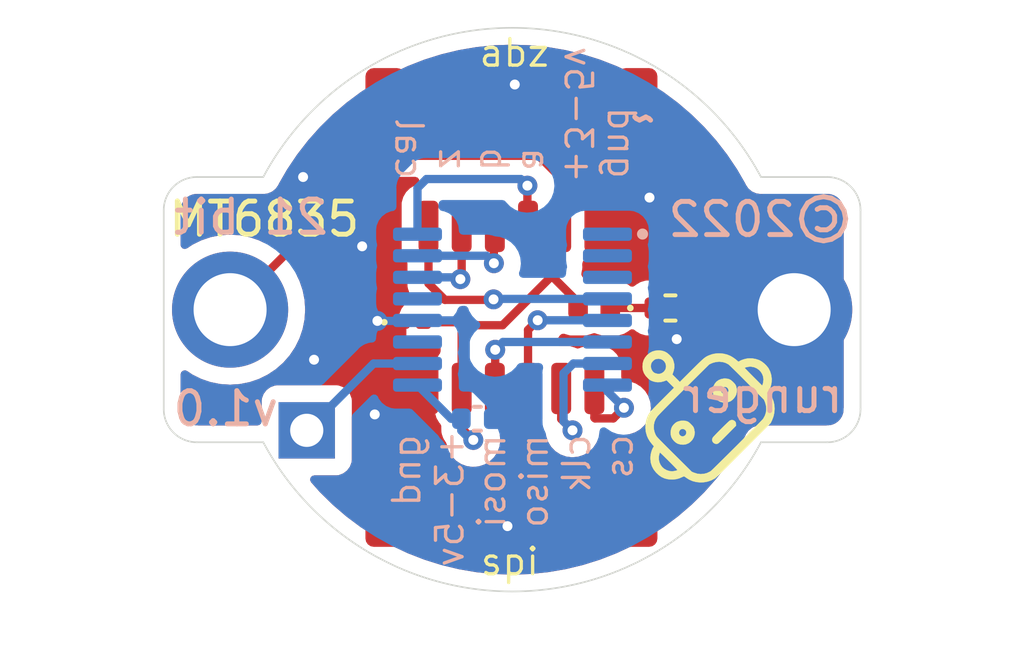
<source format=kicad_pcb>
(kicad_pcb (version 20211014) (generator pcbnew)
  (layers (0 "F.Cu" signal) (31 "B.Cu" signal) (34 "B.Paste" user) (35 "F.Paste" user) (36 "B.SilkS" user "B.Silkscreen") (37 "F.SilkS" user "F.Silkscreen") (38 "B.Mask" user) (39 "F.Mask" user) (44 "Edge.Cuts" user))
  (net 0 "")
  (net 1 "GND")
  (net 2 "VCC")
  (net 3 "Net-(D2-Pad1)")
  (net 4 "/MOSI")
  (net 5 "/MISO")
  (net 6 "/SCK")
  (net 7 "/nCS")
  (net 8 "/PWM")
  (net 9 "/ABI_A")
  (net 10 "/ABI_B")
  (net 11 "/ABI_I")
  (net 12 "/CAL_EN")
  (footprint "MountingHole:MountingHole_2.2mm_M2_ISO7380_Pad" (layer "F.Cu") (at 130.06 90.49)
    (fp_text reference "H2")
    (fp_text value "MountingHole_Pad")
    (pad "1" thru_hole circle locked (at 0 0) (size 3.5 3.5) (drill 2.2) (layers *.Cu *.Mask) (net 1 "GND"))
  )
  (footprint "Connector_JST:JST_SH_SM06B-SRSS-TB_1x06-1MP_P1.00mm_Horizontal" (layer "F.Cu") (at 121.539 94.869)
    (fp_text reference "J1")
    (fp_text value "Conn_01x06_MountingPin")
    (pad "1" smd roundrect (at -2.5 -2) (size 0.6 1.55) (layers "F.Cu" "F.Paste" "F.Mask") (net 1 "GND"))
    (pad "2" smd roundrect (at -1.5 -2) (size 0.6 1.55) (layers "F.Cu" "F.Paste" "F.Mask") (net 2 "VCC"))
    (pad "3" smd roundrect (at -0.5 -2) (size 0.6 1.55) (layers "F.Cu" "F.Paste" "F.Mask") (net 4 "/MOSI"))
    (pad "4" smd roundrect (at 0.5 -2) (size 0.6 1.55) (layers "F.Cu" "F.Paste" "F.Mask") (net 5 "/MISO"))
    (pad "5" smd roundrect (at 1.5 -2) (size 0.6 1.55) (layers "F.Cu" "F.Paste" "F.Mask") (net 6 "/SCK"))
    (pad "6" smd roundrect (at 2.5 -2) (size 0.6 1.55) (layers "F.Cu" "F.Paste" "F.Mask") (net 7 "/nCS"))
    (pad "MP" smd roundrect (at -3.8 1.875) (size 1.2 1.8) (layers "F.Cu" "F.Paste" "F.Mask") (roundrect_rratio 0.2083333333) (net 1 "GND"))
    (pad "MP" smd roundrect (at 3.8 1.875) (size 1.2 1.8) (layers "F.Cu" "F.Paste" "F.Mask") (roundrect_rratio 0.2083333333) (net 1 "GND"))
  )
  (footprint "Diode_SMD:D_0201_0603Metric" (layer "F.Cu") (at 118.5675 90.87)
    (fp_text reference "D1")
    (fp_text value "6V TVS")
    (fp_circle (center -0.86 0) (end -0.81 0) (layer "F.SilkS") (width 0.1) (fill none))
    (pad "1" smd roundrect (at -0.32 0) (size 0.46 0.4) (layers "F.Cu" "F.Mask") (net 1 "GND"))
    (pad "2" smd roundrect (at 0.32 0) (size 0.46 0.4) (layers "F.Cu" "F.Mask") (net 2 "VCC"))
  )
  (footprint "Resistor_SMD:R_0402_1005Metric" (layer "F.Cu") (at 126.33 90.44)
    (fp_text reference "R1")
    (fp_text value "2k2")
    (fp_line (start -0.153641 0.38) (end 0.153641 0.38) (layer "F.SilkS") (width 0.12))
    (fp_line (start -0.153641 -0.38) (end 0.153641 -0.38) (layer "F.SilkS") (width 0.12))
    (pad "1" smd roundrect (at -0.51 0) (size 0.54 0.64) (layers "F.Cu" "F.Paste" "F.Mask") (net 3 "Net-(D2-Pad1)"))
    (pad "2" smd roundrect (at 0.51 0) (size 0.54 0.64) (layers "F.Cu" "F.Paste" "F.Mask") (net 1 "GND"))
  )
  (footprint "MountingHole:MountingHole_2.2mm_M2_ISO7380_Pad" (layer "F.Cu") (at 113.06 90.49)
    (fp_text reference "H1")
    (fp_text value "MountingHole_Pad")
    (pad "1" thru_hole circle locked (at 0 0) (size 3.5 3.5) (drill 2.2) (layers *.Cu *.Mask) (net 2 "VCC"))
  )
  (footprint "Connector_JST:JST_SH_SM06B-SRSS-TB_1x06-1MP_P1.00mm_Horizontal" (layer "F.Cu") (at 121.539 85.979 180)
    (fp_text reference "J3")
    (fp_text value "Conn_01x06_MountingPin")
    (pad "1" smd roundrect (at -2.5 -2 180) (size 0.6 1.55) (layers "F.Cu" "F.Paste" "F.Mask") (net 1 "GND"))
    (pad "2" smd roundrect (at -1.5 -2 180) (size 0.6 1.55) (layers "F.Cu" "F.Paste" "F.Mask") (net 2 "VCC"))
    (pad "3" smd roundrect (at -0.5 -2 180) (size 0.6 1.55) (layers "F.Cu" "F.Paste" "F.Mask") (net 9 "/ABI_A"))
    (pad "4" smd roundrect (at 0.5 -2 180) (size 0.6 1.55) (layers "F.Cu" "F.Paste" "F.Mask") (net 10 "/ABI_B"))
    (pad "5" smd roundrect (at 1.5 -2 180) (size 0.6 1.55) (layers "F.Cu" "F.Paste" "F.Mask") (net 11 "/ABI_I"))
    (pad "6" smd roundrect (at 2.5 -2 180) (size 0.6 1.55) (layers "F.Cu" "F.Paste" "F.Mask") (net 12 "/CAL_EN"))
    (pad "MP" smd roundrect (at -3.8 1.875 180) (size 1.2 1.8) (layers "F.Cu" "F.Paste" "F.Mask") (roundrect_rratio 0.2083333333) (net 1 "GND"))
    (pad "MP" smd roundrect (at 3.8 1.875 180) (size 1.2 1.8) (layers "F.Cu" "F.Paste" "F.Mask") (roundrect_rratio 0.2083333333) (net 1 "GND"))
  )
  (footprint "runger:Robo_logo2" (layer "F.Cu") (at 127.074354 93.304514 45)
    (fp_text reference "L1" hide)
    (fp_text value "Robo_Logo" hide)
    (fp_poly (pts (xy 0.097813 -2.033273) (xy 0.186492 -2.006246) (xy 0.268214 -1.96053) (xy 0.34422 -1.895576) (xy 0.353277 -1.886187) (xy 0.40812 -1.817965) (xy 0.44613 -1.745631) (xy 0.4685 -1.665749) (xy 0.476428 -1.574883) (xy 0.475802 -1.534168) (xy 0.473144 -1.485324) (xy 0.468585 -1.449197) (xy 0.460295 -1.418185) (xy 0.446443 -1.384687) (xy 0.433155 -1.3571) (xy 0.38195 -1.273063) (xy 0.318455 -1.204615) (xy 0.240771 -1.149882) (xy 0.203514 -1.13056) (xy 0.122471 -1.0922) (xy 0.122195 -0.93218) (xy 0.12192 -0.77216) (xy 0.61722 -0.771984) (xy 0.739095 -0.77186) (xy 0.842638 -0.771477) (xy 0.929835 -0.770681) (xy 1.002672 -0.769317) (xy 1.063137 -0.767231) (xy 1.113215 -0.764267) (xy 1.154894 -0.760272) (xy 1.19016 -0.755089) (xy 1.221001 -0.748566) (xy 1.249402 -0.740546) (xy 1.277351 -0.730876) (xy 1.306834 -0.719399) (xy 1.310281 -0.71801) (xy 1.397129 -0.677159) (xy 1.47441 -0.627391) (xy 1.549244 -0.563975) (xy 1.565153 -0.54864) (xy 1.64756 -0.454337) (xy 1.711593 -0.351364) (xy 1.751969 -0.255855) (xy 1.769983 -0.192551) (xy 1.784764 -0.121009) (xy 1.794734 -0.05026) (xy 1.79832 0.009764) (xy 1.799879 0.035382) (xy 1.808524 0.047841) (xy 1.830203 0.05427) (xy 1.83642 0.055422) (xy 1.883138 0.069054) (xy 1.938766 0.093237) (xy 1.997289 0.12473) (xy 2.052698 0.160289) (xy 2.098981 0.196672) (xy 2.100044 0.197632) (xy 2.166196 0.267786) (xy 2.224251 0.349103) (xy 2.269513 0.43461) (xy 2.283777 0.47065) (xy 2.302854 0.544344) (xy 2.313502 0.62867) (xy 2.315313 0.715594) (xy 2.307882 0.797078) (xy 2.301839 0.82804) (xy 2.267383 0.931737) (xy 2.21538 1.028275) (xy 2.148023 1.115306) (xy 2.067506 1.190481) (xy 1.976023 1.251453) (xy 1.875768 1.295873) (xy 1.859849 1.301043) (xy 1.828188 1.312774) (xy 1.805002 1.324939) (xy 1.797128 1.332267) (xy 1.792292 1.348767) (xy 1.786004 1.37906) (xy 1.779571 1.416808) (xy 1.779154 1.419531) (xy 1.752587 1.528373) (xy 1.707662 1.632248) (xy 1.646122 1.729159) (xy 1.569712 1.817109) (xy 1.480174 1.8941) (xy 1.379254 1.958136) (xy 1.268694 2.007217) (xy 1.26492 2.008553) (xy 1.18364 2.03708) (xy 0.0254 2.038938) (xy -0.160295 2.039194) (xy -0.326694 2.039328) (xy -0.474822 2.03933) (xy -0.605704 2.039191) (xy -0.720364 2.0389) (xy -0.819827 2.038449) (xy -0.905117 2.037826) (xy -0.977259 2.037023) (xy -1.037276 2.036031) (xy -1.086194 2.034838) (xy -1.125037 2.033435) (xy -1.15483 2.031814) (xy -1.176596 2.029963) (xy -1.191361 2.027873) (xy -1.1938 2.027374) (xy -1.304486 1.993291) (xy -1.408518 1.942326) (xy -1.503918 1.876537) (xy -1.588705 1.797979) (xy -1.660899 1.708708) (xy -1.718521 1.610779) (xy -1.75959 1.50625) (xy -1.779155 1.419531) (xy -1.78555 1.381502) (xy -1.79189 1.35049) (xy -1.796869 1.332833) (xy -1.797129 1.332267) (xy -1.810012 1.321823) (xy -1.836099 1.309459) (xy -1.85985 1.301043) (xy -1.949042 1.26608) (xy -2.030205 1.217852) (xy -2.108185 1.153335) (xy -2.128746 1.13331) (xy -2.202097 1.048655) (xy -2.25641 0.959996) (xy -2.292558 0.865054) (xy -2.311415 0.76155) (xy -2.313737 0.661106) (xy -2.069701 0.661106) (xy -2.064993 0.741119) (xy -2.064803 0.742151) (xy -2.039303 0.831107) (xy -1.998459 0.908416) (xy -1.952029 0.963925) (xy -1.920202 0.991581) (xy -1.88405 1.017948) (xy -1.848823 1.039695) (xy -1.819771 1.05349) (xy -1.80594 1.056631) (xy -1.804215 1.046846) (xy -1.802626 1.018977) (xy -1.801219 0.975261) (xy -1.80004 0.917932) (xy -1.799134 0.849229) (xy -1.798546 0.771386) (xy -1.798321 0.68664) (xy -1.79832 0.68072) (xy -1.798462 0.595587) (xy -1.798863 0.517207) (xy -1.799493 0.447814) (xy -1.80032 0.389645) (xy -1.800338 0.388824) (xy -1.54274 0.388824) (xy -1.542529 0.535018) (xy -1.542104 0.666108) (xy -1.53924 1.397) (xy -1.515308 1.456336) (xy -1.467107 1.550437) (xy -1.404381 1.631517) (xy -1.328757 1.698202) (xy -1.241861 1.749117) (xy -1.14532 1.782889) (xy -1.12268 1.787936) (xy -1.10573 1.789301) (xy -1.070106 1.790558) (xy -1.017456 1.791708) (xy -0.949427 1.792749) (xy -0.867665 1.793681) (xy -0.773818 1.794502) (xy -0.669531 1.795214) (xy -0.556453 1.795814) (xy -0.436228 1.796302) (xy -0.310505 1.796677) (xy -0.180931 1.79694) (xy -0.049151 1.797088) (xy 0.083187 1.797122) (xy 0.214437 1.797041) (xy 0.342951 1.796844) (xy 0.467084 1.79653) (xy 0.585187 1.796099) (xy 0.695615 1.79555) (xy 0.796721 1.794883) (xy 0.886857 1.794096) (xy 0.964377 1.793189) (xy 1.027635 1.792162) (xy 1.074983 1.791014) (xy 1.104775 1.789744) (xy 1.114014 1.788839) (xy 1.21477 1.759864) (xy 1.305507 1.713636) (xy 1.384854 1.651291) (xy 1.451441 1.573965) (xy 1.503899 1.482793) (xy 1.515307 1.456336) (xy 1.53924 1.397) (xy 1.542068 0.674918) (xy 1.79832 0.674918) (xy 1.79832 1.058009) (xy 1.82118 1.051365) (xy 1.841503 1.042282) (xy 1.871333 1.025356) (xy 1.898977 1.007702) (xy 1.964323 0.952274) (xy 2.014104 0.88628) (xy 2.048092 0.812482) (xy 2.06606 0.733646) (xy 2.06778 0.652533) (xy 2.053025 0.571909) (xy 2.021565 0.494536) (xy 1.973174 0.423177) (xy 1.949301 0.397211) (xy 1.923071 0.374374) (xy 1.890114 0.35027) (xy 1.855868 0.328353) (xy 1.82577 0.312075) (xy 1.80526 0.304887) (xy 1.803737 0.3048) (xy 1.802511 0.314587) (xy 1.801383 0.34246) (xy 1.800383 0.386185) (xy 1.799545 0.443528) (xy 1.7989 0.512253) (xy 1.798481 0.590128) (xy 1.79832 0.674918) (xy 1.542068 0.674918) (xy 1.542103 0.666108) (xy 1.542599 0.497897) (xy 1.54269 0.349966) (xy 1.542376 0.22228) (xy 1.541655 0.114804) (xy 1.540528 0.027501) (xy 1.538994 -0.039662) (xy 1.537053 -0.086723) (xy 1.534705 -0.113716) (xy 1.534153 -0.116872) (xy 1.505381 -0.206853) (xy 1.458852 -0.290619) (xy 1.396771 -0.365731) (xy 1.321347 -0.429749) (xy 1.234787 -0.480235) (xy 1.187567 -0.499805) (xy 1.12268 -0.52324) (xy 0.06096 -0.52619) (xy -0.121935 -0.526594) (xy -0.291295 -0.526757) (xy -0.446409 -0.526683) (xy -0.586564 -0.526377) (xy -0.71105 -0.525842) (xy -0.819155 -0.525084) (xy -0.910166 -0.524108) (xy -0.983372 -0.522917) (xy -1.038061 -0.521516) (xy -1.073521 -0.519909) (xy -1.084301 -0.518973) (xy -1.179842 -0.499897) (xy -1.264409 -0.466246) (xy -1.342058 -0.415999) (xy -1.405094 -0.359298) (xy -1.448956 -0.305335) (xy -1.488414 -0.239423) (xy -1.518989 -0.169931) (xy -1.533737 -0.11888) (xy -1.536183 -0.098098) (xy -1.538233 -0.060901) (xy -1.539893 -0.006788) (xy -1.541168 0.06474) (xy -1.542064 0.154185) (xy -1.542586 0.262046) (xy -1.54274 0.388824) (xy -1.800338 0.388824) (xy -1.80131 0.344937) (xy -1.802432 0.315925) (xy -1.803653 0.304846) (xy -1.803738 0.3048) (xy -1.815097 0.30903) (xy -1.838533 0.319909) (xy -1.858339 0.329722) (xy -1.925864 0.37472) (xy -1.982583 0.433994) (xy -2.026675 0.503907) (xy -2.056322 0.580823) (xy -2.069701 0.661106) (xy -2.313737 0.661106) (xy -2.313989 0.65024) (xy -2.300325 0.536454) (xy -2.269047 0.432407) (xy -2.219626 0.336961) (xy -2.151529 0.248981) (xy -2.104251 0.201827) (xy -2.055759 0.162847) (xy -1.998681 0.125465) (xy -1.938894 0.092906) (xy -1.882278 0.068396) (xy -1.837853 0.055691) (xy -1.801186 0.049076) (xy -1.794474 -0.038236) (xy -1.781416 -0.144723) (xy -1.758995 -0.238269) (xy -1.727587 -0.320816) (xy -1.668331 -0.427322) (xy -1.592792 -0.523024) (xy -1.502942 -0.606046) (xy -1.400753 -0.674511) (xy -1.310282 -0.71801) (xy -1.280506 -0.729696) (xy -1.252485 -0.739559) (xy -1.224232 -0.747754) (xy -1.19376 -0.754436) (xy -1.159082 -0.759759) (xy -1.118211 -0.763878) (xy -1.069161 -0.766948) (xy -1.009945 -0.769124) (xy -0.938576 -0.77056) (xy -0.853068 -0.771412) (xy -0.751434 -0.771833) (xy -0.631687 -0.771978) (xy -0.61722 -0.771984) (xy -0.12192 -0.77216) (xy -0.122472 -1.0922) (xy -0.203515 -1.13056) (xy -0.287715 -1.1801) (xy -0.356929 -1.242569) (xy -0.413057 -1.31984) (xy -0.433156 -1.3571) (xy -0.451754 -1.39651) (xy -0.463563 -1.428344) (xy -0.470417 -1.460207) (xy -0.474144 -1.499698) (xy -0.475803 -1.534168) (xy -0.47547 -1.54385) (xy -0.232207 -1.54385) (xy -0.226704 -1.511201) (xy -0.212015 -1.473437) (xy -0.210775 -1.470716) (xy -0.173627 -1.411857) (xy -0.1245 -1.368254) (xy -0.06612 -1.341137) (xy -0.001214 -1.331737) (xy 0.067493 -1.341287) (xy 0.072558 -1.342752) (xy 0.124102 -1.367849) (xy 0.170263 -1.408459) (xy 0.20593 -1.459777) (xy 0.213119 -1.474894) (xy 0.230063 -1.538334) (xy 0.228163 -1.602024) (xy 0.20856 -1.662537) (xy 0.172395 -1.716447) (xy 0.120809 -1.760327) (xy 0.117368 -1.762492) (xy 0.085246 -1.780217) (xy 0.056158 -1.789549) (xy 0.020627 -1.792969) (xy 0 -1.79324) (xy -0.041527 -1.791671) (xy -0.072343 -1.785309) (xy -0.101926 -1.77167) (xy -0.117369 -1.762492) (xy -0.170455 -1.718251) (xy -0.208183 -1.661915) (xy -0.228624 -1.596556) (xy -0.230486 -1.5825) (xy -0.232207 -1.54385) (xy -0.47547 -1.54385) (xy -0.472336 -1.634808) (xy -0.452825 -1.724048) (xy -0.416505 -1.803885) (xy -0.362609 -1.876319) (xy -0.332953 -1.906526) (xy -0.257649 -1.967521) (xy -0.179661 -2.009557) (xy -0.095663 -2.033983) (xy -0.002332 -2.042152) (xy 0.000938 -2.042161) (xy 0.097813 -2.033273)) (layer "F.SilkS") (width 0.01) (fill solid))
    (fp_poly (pts (xy 0.986438 0.014923) (xy 1.060362 0.044017) (xy 1.127592 0.088719) (xy 1.161498 0.120766) (xy 1.203048 0.170304) (xy 1.230682 0.217184) (xy 1.246804 0.267721) (xy 1.253812 0.328229) (xy 1.254653 0.36576) (xy 1.253911 0.414946) (xy 1.250751 0.450757) (xy 1.243964 0.480101) (xy 1.232341 0.509888) (xy 1.22763 0.520156) (xy 1.185181 0.58825) (xy 1.127574 0.647261) (xy 1.059504 0.692457) (xy 1.054096 0.695163) (xy 0.994477 0.716172) (xy 0.926104 0.727373) (xy 0.857164 0.728111) (xy 0.795845 0.717726) (xy 0.79116 0.716282) (xy 0.717714 0.682449) (xy 0.651949 0.632363) (xy 0.597684 0.569722) (xy 0.558734 0.498223) (xy 0.55447 0.487022) (xy 0.541188 0.427663) (xy 0.538719 0.364108) (xy 0.7874 0.364108) (xy 0.790132 0.400703) (xy 0.800213 0.426279) (xy 0.81224 0.441364) (xy 0.849739 0.468228) (xy 0.893251 0.479195) (xy 0.93707 0.473905) (xy 0.975492 0.451998) (xy 0.975831 0.451693) (xy 1.001822 0.416117) (xy 1.012073 0.374572) (xy 1.007006 0.33252) (xy 0.987043 0.295425) (xy 0.962106 0.273872) (xy 0.915745 0.255793) (xy 0.870018 0.257052) (xy 0.828082 0.277431) (xy 0.82058 0.283646) (xy 0.800035 0.304795) (xy 0.79026 0.325783) (xy 0.787457 0.355817) (xy 0.7874 0.364108) (xy 0.538719 0.364108) (xy 0.53853 0.359264) (xy 0.545973 0.289777) (xy 0.562998 0.227152) (xy 0.572955 0.204665) (xy 0.620513 0.133516) (xy 0.682451 0.076017) (xy 0.756986 0.033504) (xy 0.834304 0.008956) (xy 0.90977 0.002786) (xy 0.986438 0.014923)) (layer "F.SilkS") (width 0.01) (fill solid))
    (fp_poly (pts (xy -0.852964 0.006741) (xy -0.817725 0.011646) (xy -0.784163 0.022321) (xy -0.750304 0.037274) (xy -0.673759 0.083754) (xy -0.612127 0.14399) (xy -0.571847 0.205393) (xy -0.558897 0.231799) (xy -0.55062 0.255572) (xy -0.54599 0.282534) (xy -0.54398 0.318509) (xy -0.54356 0.36576) (xy -0.54392 0.414476) (xy -0.545819 0.448904) (xy -0.550486 0.475073) (xy -0.559149 0.499011) (xy -0.573038 0.526749) (xy -0.578408 0.536712) (xy -0.627833 0.608228) (xy -0.689348 0.664085) (xy -0.761289 0.703224) (xy -0.841998 0.724585) (xy -0.878285 0.728009) (xy -0.922977 0.727777) (xy -0.96726 0.723815) (xy -0.996902 0.718102) (xy -1.071873 0.6867) (xy -1.138466 0.638469) (xy -1.193765 0.576147) (xy -1.234861 0.502475) (xy -1.240146 0.489229) (xy -1.254921 0.428174) (xy -1.257529 0.379922) (xy -1.011775 0.379922) (xy -1.000461 0.419396) (xy -0.976344 0.450614) (xy -0.942976 0.471496) (xy -0.903905 0.479966) (xy -0.862681 0.473947) (xy -0.822855 0.45136) (xy -0.816409 0.445657) (xy -0.792327 0.410916) (xy -0.784475 0.37133) (xy -0.79105 0.331419) (xy -0.810248 0.295701) (xy -0.840265 0.268694) (xy -0.879298 0.254916) (xy -0.892911 0.254037) (xy -0.940383 0.262888) (xy -0.978565 0.287515) (xy -1.003588 0.325192) (xy -1.006738 0.334267) (xy -1.011775 0.379922) (xy -1.257529 0.379922) (xy -1.258686 0.358539) (xy -1.251704 0.288652) (xy -1.234236 0.226841) (xy -1.231721 0.220972) (xy -1.197754 0.164248) (xy -1.14968 0.109757) (xy -1.093386 0.063333) (xy -1.04366 0.034658) (xy -1.004496 0.018692) (xy -0.969085 0.009806) (xy -0.928075 0.006124) (xy -0.89916 0.005634) (xy -0.852964 0.006741)) (layer "F.SilkS") (width 0.01) (fill solid))
    (fp_poly (pts (xy 0.109648 1.108074) (xy 0.181977 1.108995) (xy 0.246828 1.110394) (xy 0.301111 1.112273) (xy 0.34174 1.11463) (xy 0.365625 1.117466) (xy 0.367646 1.117953) (xy 0.411414 1.139753) (xy 0.441917 1.175255) (xy 0.456393 1.220837) (xy 0.4572 1.235368) (xy 0.454299 1.267576) (xy 0.442839 1.293313) (xy 0.42243 1.318409) (xy 0.38766 1.35636) (xy 0.01349 1.358862) (xy -0.086109 1.359423) (xy -0.167411 1.359599) (xy -0.232438 1.359326) (xy -0.283212 1.35854) (xy -0.321753 1.357174) (xy -0.350083 1.355164) (xy -0.370224 1.352446) (xy -0.384195 1.348955) (xy -0.391682 1.34587) (xy -0.427256 1.31781) (xy -0.449564 1.279059) (xy -0.457458 1.23505) (xy -0.449786 1.191222) (xy -0.431147 1.159316) (xy -0.403631 1.135638) (xy -0.3711 1.119007) (xy -0.367647 1.117953) (xy -0.34666 1.115042) (xy -0.308447 1.11261) (xy -0.256096 1.110656) (xy -0.192694 1.109182) (xy -0.121331 1.108186) (xy -0.045094 1.10767) (xy 0.032928 1.107633) (xy 0.109648 1.108074)) (layer "F.SilkS") (width 0.01) (fill solid))
  )
  (footprint "LED_SMD:LED_0402_1005Metric" (layer "F.Cu") (at 124.0325 90.44 180)
    (fp_text reference "D2")
    (fp_text value "green")
    (fp_circle (center -1.09 0) (end -1.04 0) (layer "F.SilkS") (width 0.1) (fill none))
    (pad "1" smd roundrect (at -0.485 0 180) (size 0.59 0.64) (layers "F.Cu" "F.Paste" "F.Mask") (net 3 "Net-(D2-Pad1)"))
    (pad "2" smd roundrect (at 0.485 0 180) (size 0.59 0.64) (layers "F.Cu" "F.Paste" "F.Mask") (net 2 "VCC"))
  )
  (footprint "Connector_PinHeader_2.54mm:PinHeader_1x01_P2.54mm_Vertical" (layer "F.Cu") (at 115.37 94.13)
    (fp_text reference "J2")
    (fp_text value "Pad_OUT")
    (pad "1" thru_hole rect (at 0 0) (size 1.7 1.7) (drill 1) (layers *.Cu *.Mask) (net 8 "/PWM"))
  )
  (footprint "Capacitor_SMD:C_0402_1005Metric" (layer "B.Cu") (at 120.51 93.78 180)
    (fp_text reference "C1")
    (fp_text value "100nF 10V")
    (fp_line (start -0.107836 0.36) (end 0.107836 0.36) (layer "B.SilkS") (width 0.12))
    (fp_line (start -0.107836 -0.36) (end 0.107836 -0.36) (layer "B.SilkS") (width 0.12))
    (pad "1" smd roundrect (at -0.48 0 180) (size 0.56 0.62) (layers "B.Cu" "B.Paste" "B.Mask") (net 1 "GND"))
    (pad "2" smd roundrect (at 0.48 0 180) (size 0.56 0.62) (layers "B.Cu" "B.Paste" "B.Mask") (net 2 "VCC"))
  )
  (footprint "Package_SO:TSSOP-16_4.4x5mm_P0.65mm" (layer "B.Cu") (at 121.57 90.49 180)
    (fp_text reference "U1")
    (fp_text value "MT6835")
    (pad "1" smd roundrect (at -2.8625 2.275 180) (size 1.475 0.4) (layers "B.Cu" "B.Paste" "B.Mask"))
    (pad "2" smd roundrect (at -2.8625 1.625 180) (size 1.475 0.4) (layers "B.Cu" "B.Paste" "B.Mask"))
    (pad "3" smd roundrect (at -2.8625 0.975 180) (size 1.475 0.4) (layers "B.Cu" "B.Paste" "B.Mask"))
    (pad "4" smd roundrect (at -2.8625 0.325 180) (size 1.475 0.4) (layers "B.Cu" "B.Paste" "B.Mask") (net 12 "/CAL_EN"))
    (pad "5" smd roundrect (at -2.8625 -0.325 180) (size 1.475 0.4) (layers "B.Cu" "B.Paste" "B.Mask") (net 5 "/MISO"))
    (pad "6" smd roundrect (at -2.8625 -0.975 180) (size 1.475 0.4) (layers "B.Cu" "B.Paste" "B.Mask") (net 4 "/MOSI"))
    (pad "7" smd roundrect (at -2.8625 -1.625 180) (size 1.475 0.4) (layers "B.Cu" "B.Paste" "B.Mask") (net 6 "/SCK"))
    (pad "8" smd roundrect (at -2.8625 -2.275 180) (size 1.475 0.4) (layers "B.Cu" "B.Paste" "B.Mask") (net 7 "/nCS"))
    (pad "9" smd roundrect (at 2.8625 -2.275 180) (size 1.475 0.4) (layers "B.Cu" "B.Paste" "B.Mask") (net 2 "VCC"))
    (pad "10" smd roundrect (at 2.8625 -1.625 180) (size 1.475 0.4) (layers "B.Cu" "B.Paste" "B.Mask") (net 8 "/PWM"))
    (pad "11" smd roundrect (at 2.8625 -0.975 180) (size 1.475 0.4) (layers "B.Cu" "B.Paste" "B.Mask"))
    (pad "12" smd roundrect (at 2.8625 -0.325 180) (size 1.475 0.4) (layers "B.Cu" "B.Paste" "B.Mask") (net 1 "GND"))
    (pad "13" smd roundrect (at 2.8625 0.325 180) (size 1.475 0.4) (layers "B.Cu" "B.Paste" "B.Mask"))
    (pad "14" smd roundrect (at 2.8625 0.975 180) (size 1.475 0.4) (layers "B.Cu" "B.Paste" "B.Mask") (net 11 "/ABI_I"))
    (pad "15" smd roundrect (at 2.8625 1.625 180) (size 1.475 0.4) (layers "B.Cu" "B.Paste" "B.Mask") (net 10 "/ABI_B"))
    (pad "16" smd roundrect (at 2.8625 2.275 180) (size 1.475 0.4) (layers "B.Cu" "B.Paste" "B.Mask") (net 9 "/ABI_A"))
  )
  (gr_circle (center 125.49 88.21) (end 125.582195 88.21) (layer "B.SilkS") (width 0.15) (fill solid))
  (gr_arc (start 131.06 86.49) (mid 131.767107 86.782893) (end 132.06 87.49) (layer "Edge.Cuts") (width 0.05))
  (gr_line (start 111.06 87.49) (end 111.06 93.49) (layer "Edge.Cuts") (width 0.05))
  (gr_arc (start 112.06 94.49) (mid 111.352893 94.197107) (end 111.06 93.49) (layer "Edge.Cuts") (width 0.05))
  (gr_arc (start 114.060001 86.490001) (mid 121.56 81.990001) (end 129.059999 86.49) (layer "Edge.Cuts") (width 0.05))
  (gr_arc (start 129.059999 94.490001) (mid 121.559999 98.99) (end 114.06 94.489999) (layer "Edge.Cuts") (width 0.05))
  (gr_line (start 129.059999 86.49) (end 131.06 86.49) (layer "Edge.Cuts") (width 0.05))
  (gr_line (start 131.06 94.49) (end 129.059999 94.490001) (layer "Edge.Cuts") (width 0.05))
  (gr_line (start 114.060001 86.490001) (end 112.06 86.49) (layer "Edge.Cuts") (width 0.05))
  (gr_arc (start 111.06 87.49) (mid 111.352893 86.782893) (end 112.06 86.49) (layer "Edge.Cuts") (width 0.05))
  (gr_line (start 132.06 87.49) (end 132.06 93.49) (layer "Edge.Cuts") (width 0.05))
  (gr_line (start 112.06 94.49) (end 114.06 94.49) (layer "Edge.Cuts") (width 0.05))
  (gr_arc (start 132.06 93.49) (mid 131.767107 94.197107) (end 131.06 94.49) (layer "Edge.Cuts") (width 0.05))
  (gr_text "+3-5v" (at 123.55 86.735 270) (layer "B.SilkS") (effects (font (size 0.8 0.8) (thickness 0.1)) (justify left mirror)))
  (gr_text "a" (at 122.28 86.38 270) (layer "B.SilkS") (effects (font (size 0.8 0.8) (thickness 0.1)) (justify left mirror)))
  (gr_text "21 bit" (at 113.69 87.7) (layer "B.SilkS") (effects (font (size 1 1)) (justify mirror)))
  (gr_text "miso" (at 122.225 94.19 90) (layer "B.SilkS") (effects (font (size 0.8 0.8) (thickness 0.1)) (justify left mirror)))
  (gr_text "clk" (at 123.505 94.19 90) (layer "B.SilkS") (effects (font (size 0.8 0.8) (thickness 0.1)) (justify left mirror)))
  (gr_text "gnd" (at 124.85 86.61 270) (layer "B.SilkS") (effects (font (size 0.8 0.8) (thickness 0.1)) (justify left mirror)))
  (gr_text "v1.0" (at 112.93 93.48) (layer "B.SilkS") (effects (font (size 1 1)) (justify mirror)))
  (gr_text "cal" (at 118.45 86.61 270) (layer "B.SilkS") (effects (font (size 0.8 0.8) (thickness 0.1)) (justify left mirror)))
  (gr_text "+3-5v" (at 119.685 94.065 90) (layer "B.SilkS") (effects (font (size 0.8 0.8) (thickness 0.1)) (justify left mirror)))
  (gr_text "b" (at 121.01 86.38 270) (layer "B.SilkS") (effects (font (size 0.8 0.8) (thickness 0.1)) (justify left mirror)))
  (gr_text "~" (at 125.47 84.7) (layer "B.SilkS") (effects (font (size 1 1)) (justify mirror)))
  (gr_text "mosi" (at 120.945 94.19 90) (layer "B.SilkS") (effects (font (size 0.8 0.8) (thickness 0.1)) (justify left mirror)))
  (gr_text "cs" (at 124.785 94.19 90) (layer "B.SilkS") (effects (font (size 0.8 0.8) (thickness 0.1)) (justify left mirror)))
  (gr_text "runger" (at 129.11 93.08) (layer "B.SilkS") (effects (font (size 1 1)) (justify mirror)))
  (gr_text "gnd" (at 118.385 94.19 90) (layer "B.SilkS") (effects (font (size 0.8 0.8) (thickness 0.1)) (justify left mirror)))
  (gr_text "z" (at 119.77 86.33 270) (layer "B.SilkS") (effects (font (size 0.8 0.8) (thickness 0.1)) (justify left mirror)))
  (gr_text "©2022" (at 129.04 87.77) (layer "B.SilkS") (effects (font (size 1 1)) (justify mirror)))
  (gr_text "spi" (at 120.55 98.09) (layer "F.SilkS") (effects (font (size 0.8 0.8) (thickness 0.1)) (justify left)))
  (gr_text "MT6835" (at 114.09 87.76) (layer "F.SilkS") (effects (font (size 1 1))))
  (gr_text "abz" (at 120.51 82.75) (layer "F.SilkS") (effects (font (size 0.8 0.8) (thickness 0.1)) (justify left)))
  (segment (start 124.039 87.979) (end 124.039 86.721) (width 0.25) (layer "F.Cu") (net 1))
  (segment (start 119.039 91.949) (end 119.039 92.869) (width 0.25) (layer "F.Cu") (net 1))
  (segment (start 117.54 90.87) (end 117.5 90.83) (width 0.25) (layer "F.Cu") (net 1))
  (segment (start 126.89 90.49) (end 130.06 90.49) (width 0.25) (layer "F.Cu") (net 1))
  (segment (start 124.41 86.35) (end 125.92 86.35) (width 0.25) (layer "F.Cu") (net 1))
  (segment (start 125.92 86.35) (end 130.06 90.49) (width 0.25) (layer "F.Cu") (net 1))
  (segment (start 124.039 86.721) (end 124.41 86.35) (width 0.25) (layer "F.Cu") (net 1))
  (segment (start 118.86 91.77) (end 119.039 91.949) (width 0.25) (layer "F.Cu") (net 1))
  (segment (start 118.2475 91.4375) (end 118.58 91.77) (width 0.25) (layer "F.Cu") (net 1))
  (segment (start 117.57 90.9) (end 117.5 90.83) (width 0.25) (layer "F.Cu") (net 1))
  (segment (start 126.84 90.44) (end 126.89 90.49) (width 0.25) (layer "F.Cu") (net 1))
  (segment (start 118.2475 90.87) (end 117.54 90.87) (width 0.25) (layer "F.Cu") (net 1))
  (segment (start 118.58 91.77) (end 118.86 91.77) (width 0.25) (layer "F.Cu") (net 1))
  (segment (start 118.2475 90.87) (end 118.2475 91.4375) (width 0.25) (layer "F.Cu") (net 1))
  (via (at 115.26 86.49) (size 0.6) (drill 0.3) (layers "F.Cu" "B.Cu") (net 1))
  (via (at 121.42 97.02) (size 0.6) (drill 0.3) (layers "F.Cu" "B.Cu") (net 1))
  (via (at 117.5 90.83) (size 0.6) (drill 0.3) (layers "F.Cu" "B.Cu") (net 1))
  (via (at 117.04 88.58) (size 0.6) (drill 0.3) (layers "F.Cu" "B.Cu") (net 1))
  (via (at 115.59 92) (size 0.6) (drill 0.3) (layers "F.Cu" "B.Cu") (net 1))
  (via (at 125.7 87.11) (size 0.6) (drill 0.3) (layers "F.Cu" "B.Cu") (net 1))
  (via (at 117.42 93.65) (size 0.6) (drill 0.3) (layers "F.Cu" "B.Cu") (net 1))
  (via (at 121.64 83.7) (size 0.6) (drill 0.3) (layers "F.Cu" "B.Cu") (net 1))
  (via (at 126.52 91.38) (size 0.6) (drill 0.3) (layers "F.Cu" "B.Cu") (net 1))
  (segment (start 117.5 90.83) (end 118.6925 90.83) (width 0.25) (layer "B.Cu") (net 1))
  (segment (start 120.99 93.43) (end 120.16 92.6) (width 0.25) (layer "B.Cu") (net 1))
  (segment (start 120.99 93.78) (end 120.99 93.43) (width 0.25) (layer "B.Cu") (net 1))
  (segment (start 120.16 91.07) (end 119.905 90.815) (width 0.25) (layer "B.Cu") (net 1))
  (segment (start 119.905 90.815) (end 118.7075 90.815) (width 0.25) (layer "B.Cu") (net 1))
  (segment (start 120.16 92.6) (end 120.16 91.07) (width 0.25) (layer "B.Cu") (net 1))
  (segment (start 118.6925 90.83) (end 118.7075 90.815) (width 0.25) (layer "B.Cu") (net 1))
  (segment (start 113.06 90.49) (end 117.7 85.85) (width 0.25) (layer "F.Cu") (net 2))
  (segment (start 123.039 89.191) (end 123.039 87.979) (width 0.25) (layer "F.Cu") (net 2))
  (segment (start 123.5475 90.2675) (end 122.755 89.475) (width 0.25) (layer "F.Cu") (net 2))
  (segment (start 122.36 85.85) (end 123.05 86.54) (width 0.25) (layer "F.Cu") (net 2))
  (segment (start 123.05 87.968) (end 123.039 87.979) (width 0.25) (layer "F.Cu") (net 2))
  (segment (start 123.05 86.54) (end 123.05 87.968) (width 0.25) (layer "F.Cu") (net 2))
  (segment (start 121.27 90.96) (end 122.755 89.475) (width 0.25) (layer "F.Cu") (net 2))
  (segment (start 120.06 92.89) (end 120.06 94.09) (width 0.25) (layer "F.Cu") (net 2))
  (segment (start 119.92 90.87) (end 120.14 91.09) (width 0.25) (layer "F.Cu") (net 2))
  (segment (start 117.7 85.85) (end 122.36 85.85) (width 0.25) (layer "F.Cu") (net 2))
  (segment (start 120.039 92.869) (end 120.06 92.89) (width 0.25) (layer "F.Cu") (net 2))
  (segment (start 120.039 91.191) (end 120.14 91.09) (width 0.25) (layer "F.Cu") (net 2))
  (segment (start 120.06 94.09) (end 120.39 94.42) (width 0.25) (layer "F.Cu") (net 2))
  (segment (start 123.5475 90.44) (end 123.5475 90.2675) (width 0.25) (layer "F.Cu") (net 2))
  (segment (start 122.755 89.475) (end 123.039 89.191) (width 0.25) (layer "F.Cu") (net 2))
  (segment (start 120.14 91.09) (end 120.27 90.96) (width 0.25) (layer "F.Cu") (net 2))
  (segment (start 118.8875 90.87) (end 119.92 90.87) (width 0.25) (layer "F.Cu") (net 2))
  (segment (start 120.27 90.96) (end 121.27 90.96) (width 0.25) (layer "F.Cu") (net 2))
  (segment (start 120.039 92.869) (end 120.039 91.191) (width 0.25) (layer "F.Cu") (net 2))
  (via (at 120.39 94.42) (size 0.6) (drill 0.3) (layers "F.Cu" "B.Cu") (net 2))
  (segment (start 120.31 94.42) (end 120.03 94.14) (width 0.25) (layer "B.Cu") (net 2))
  (segment (start 119.7225 93.78) (end 118.7075 92.765) (width 0.25) (layer "B.Cu") (net 2))
  (segment (start 120.03 93.78) (end 119.7225 93.78) (width 0.25) (layer "B.Cu") (net 2))
  (segment (start 120.03 94.14) (end 120.03 93.78) (width 0.25) (layer "B.Cu") (net 2))
  (segment (start 120.39 94.42) (end 120.31 94.42) (width 0.25) (layer "B.Cu") (net 2))
  (segment (start 124.5175 90.44) (end 125.82 90.44) (width 0.25) (layer "F.Cu") (net 3))
  (segment (start 121.05 92.858) (end 121.039 92.869) (width 0.25) (layer "F.Cu") (net 4))
  (segment (start 121.05 91.7) (end 121.05 92.858) (width 0.25) (layer "F.Cu") (net 4))
  (via (at 121.05 91.7) (size 0.6) (drill 0.3) (layers "F.Cu" "B.Cu") (net 4))
  (segment (start 121.285 91.465) (end 121.05 91.7) (width 0.25) (layer "B.Cu") (net 4))
  (segment (start 124.4325 91.465) (end 121.285 91.465) (width 0.25) (layer "B.Cu") (net 4))
  (segment (start 122.039 92.869) (end 122.039 91.101) (width 0.25) (layer "F.Cu") (net 5))
  (segment (start 122.039 91.101) (end 122.33 90.81) (width 0.25) (layer "F.Cu") (net 5))
  (via (at 122.33 90.81) (size 0.6) (drill 0.3) (layers "F.Cu" "B.Cu") (net 5))
  (segment (start 124.4275 90.81) (end 124.4325 90.815) (width 0.25) (layer "B.Cu") (net 5))
  (segment (start 122.33 90.81) (end 124.4275 90.81) (width 0.25) (layer "B.Cu") (net 5))
  (segment (start 123.039 92.869) (end 123.039 93.789) (width 0.25) (layer "F.Cu") (net 6))
  (segment (start 123.039 93.789) (end 123.38 94.13) (width 0.25) (layer "F.Cu") (net 6))
  (via (at 123.38 94.13) (size 0.6) (drill 0.3) (layers "F.Cu" "B.Cu") (net 6))
  (segment (start 123.38 94.13) (end 123.11 93.86) (width 0.25) (layer "B.Cu") (net 6))
  (segment (start 123.11 92.41) (end 123.405 92.115) (width 0.25) (layer "B.Cu") (net 6))
  (segment (start 123.405 92.115) (end 124.4325 92.115) (width 0.25) (layer "B.Cu") (net 6))
  (segment (start 123.11 93.86) (end 123.11 92.41) (width 0.25) (layer "B.Cu") (net 6))
  (segment (start 124.039 93.749) (end 124.039 92.869) (width 0.25) (layer "F.Cu") (net 7))
  (segment (start 124.06 93.77) (end 124.039 93.749) (width 0.25) (layer "F.Cu") (net 7))
  (segment (start 124.93 93.45) (end 124.61 93.77) (width 0.25) (layer "F.Cu") (net 7))
  (segment (start 124.61 93.77) (end 124.06 93.77) (width 0.25) (layer "F.Cu") (net 7))
  (via (at 124.93 93.45) (size 0.6) (drill 0.3) (layers "F.Cu" "B.Cu") (net 7))
  (segment (start 124.4325 92.765) (end 124.4325 92.9525) (width 0.25) (layer "B.Cu") (net 7))
  (segment (start 124.4325 92.9525) (end 124.93 93.45) (width 0.25) (layer "B.Cu") (net 7))
  (segment (start 117.385 92.115) (end 115.37 94.13) (width 0.25) (layer "B.Cu") (net 8))
  (segment (start 118.7075 92.115) (end 117.385 92.115) (width 0.25) (layer "B.Cu") (net 8))
  (segment (start 122.02 86.75) (end 122.02 87.96) (width 0.25) (layer "F.Cu") (net 9))
  (segment (start 122.02 87.96) (end 122.039 87.979) (width 0.25) (layer "F.Cu") (net 9))
  (via (at 122.02 86.75) (size 0.6) (drill 0.3) (layers "F.Cu" "B.Cu") (net 9))
  (segment (start 121.82 86.55) (end 122.02 86.75) (width 0.25) (layer "B.Cu") (net 9))
  (segment (start 118.7075 88.215) (end 118.7075 86.8225) (width 0.25) (layer "B.Cu") (net 9))
  (segment (start 118.98 86.55) (end 121.82 86.55) (width 0.25) (layer "B.Cu") (net 9))
  (segment (start 118.7075 86.8225) (end 118.98 86.55) (width 0.25) (layer "B.Cu") (net 9))
  (segment (start 121.01 89.09) (end 121.01 88.008) (width 0.25) (layer "F.Cu") (net 10))
  (segment (start 121.01 88.008) (end 121.039 87.979) (width 0.25) (layer "F.Cu") (net 10))
  (via (at 121.01 89.09) (size 0.6) (drill 0.3) (layers "F.Cu" "B.Cu") (net 10))
  (segment (start 118.7075 88.865) (end 120.785 88.865) (width 0.25) (layer "B.Cu") (net 10))
  (segment (start 120.785 88.865) (end 121.01 89.09) (width 0.25) (layer "B.Cu") (net 10))
  (segment (start 120.039 89.531) (end 120.039 87.979) (width 0.25) (layer "F.Cu") (net 11))
  (segment (start 120 89.57) (end 120.039 89.531) (width 0.25) (layer "F.Cu") (net 11))
  (via (at 120 89.57) (size 0.6) (drill 0.3) (layers "F.Cu" "B.Cu") (net 11))
  (segment (start 118.7075 89.515) (end 119.945 89.515) (width 0.25) (layer "B.Cu") (net 11))
  (segment (start 119.945 89.515) (end 120 89.57) (width 0.25) (layer "B.Cu") (net 11))
  (segment (start 119.534511 90.194511) (end 119.039 89.699) (width 0.25) (layer "F.Cu") (net 12))
  (segment (start 119.039 89.699) (end 119.039 87.979) (width 0.25) (layer "F.Cu") (net 12))
  (segment (start 121 90.18) (end 120.985489 90.194511) (width 0.25) (layer "F.Cu") (net 12))
  (segment (start 120.985489 90.194511) (end 119.534511 90.194511) (width 0.25) (layer "F.Cu") (net 12))
  (via (at 121 90.18) (size 0.6) (drill 0.3) (layers "F.Cu" "B.Cu") (net 12))
  (segment (start 121.015 90.165) (end 124.4325 90.165) (width 0.25) (layer "B.Cu") (net 12))
  (segment (start 121 90.18) (end 121.015 90.165) (width 0.25) (layer "B.Cu") (net 12))
  (zone (net 1) (net_name "GND") (layer "F.Cu") (connect_pads yes (clearance 0.508)) (min_thickness 0.254) (fill yes (thermal_gap 0.508) (thermal_bridge_width 0.508))
    (polygon (pts (xy 132.08 99.06) (xy 111.08 99.06) (xy 111.08 82.01) (xy 132.08 82.01)))
  )
  (zone (net 1) (net_name "GND") (layer "B.Cu") (connect_pads yes (clearance 0.508)) (min_thickness 0.254) (fill yes (thermal_gap 0.508) (thermal_bridge_width 0.508))
    (polygon (pts (xy 132.08 99.06) (xy 111.08 99.06) (xy 111.08 82.01) (xy 132.08 82.01)))
  )
)
</source>
